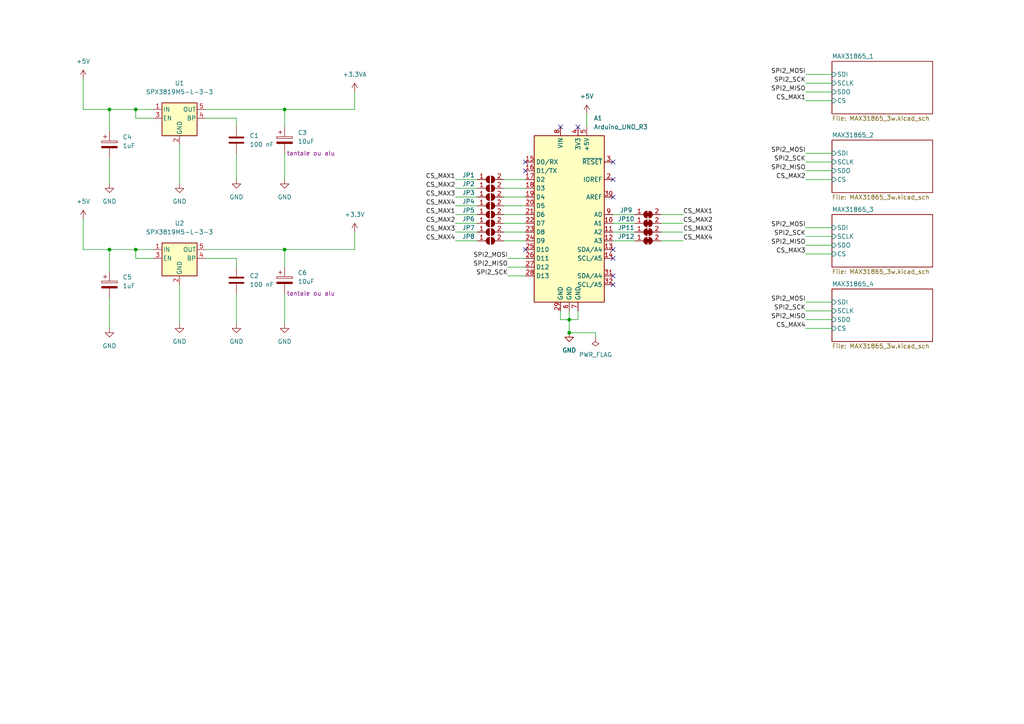
<source format=kicad_sch>
(kicad_sch (version 20211123) (generator eeschema)
  (paper "A4")
  (lib_symbols
    (symbol "Device:C" (pin_numbers hide) (pin_names (offset 0.254))
      (property "Reference" "C" (at 0.635 2.54 0))
      (property "Value" "C" (at 0.635 -2.54 0))
      (symbol "C_0_1"
        (polyline (pts (xy -2.032 -0.762) (xy 2.032 -0.762)) (stroke (width 0.508)))
        (polyline (pts (xy -2.032 0.762) (xy 2.032 0.762)) (stroke (width 0.508)))
      )
      (symbol "C_1_1"
        (pin passive line (at 0 3.81 270) (length 2.794) (name "~") (number "1"))
        (pin passive line (at 0 -3.81 90) (length 2.794) (name "~") (number "2"))
      )
    )
    (symbol "Device:C_Polarized" (pin_numbers hide) (pin_names (offset 0.254))
      (property "Reference" "C" (at 0.635 2.54 0))
      (property "Value" "C_Polarized" (at 0.635 -2.54 0))
      (symbol "C_Polarized_0_1"
        (rectangle (start -2.286 0.508) (end 2.286 1.016))
        (polyline (pts (xy -1.778 2.286) (xy -0.762 2.286)))
        (polyline (pts (xy -1.27 2.794) (xy -1.27 1.778)))
        (rectangle (start 2.286 -0.508) (end -2.286 -1.016) (fill (type outline)))
      )
      (symbol "C_Polarized_1_1"
        (pin passive line (at 0 3.81 270) (length 2.794) (name "~") (number "1"))
        (pin passive line (at 0 -3.81 90) (length 2.794) (name "~") (number "2"))
      )
    )
    (symbol "Jumper:SolderJumper_2_Bridged" (pin_names (offset 0) hide)
      (property "Reference" "JP" (at 0 2.032 0))
      (property "Value" "SolderJumper_2_Bridged" (at 0 -2.54 0))
      (symbol "SolderJumper_2_Bridged_0_1"
        (rectangle (start -0.508 0.508) (end 0.508 -0.508) (fill (type outline)))
        (arc (start -0.254 1.016) (mid -1.27 0) (end -0.254 -1.016))
        (arc (start -0.254 1.016) (mid -1.27 0) (end -0.254 -1.016) (fill (type outline)))
        (polyline (pts (xy -0.254 1.016) (xy -0.254 -1.016)))
        (polyline (pts (xy 0.254 1.016) (xy 0.254 -1.016)))
        (arc (start 0.254 -1.016) (mid 1.27 0) (end 0.254 1.016))
        (arc (start 0.254 -1.016) (mid 1.27 0) (end 0.254 1.016) (fill (type outline)))
      )
      (symbol "SolderJumper_2_Bridged_1_1"
        (pin passive line (at -3.81 0 0) (length 2.54) (name "A") (number "1"))
        (pin passive line (at 3.81 0 180) (length 2.54) (name "B") (number "2"))
      )
    )
    (symbol "Jumper:SolderJumper_2_Open" (pin_names (offset 0) hide)
      (property "Reference" "JP" (at 0 2.032 0))
      (property "Value" "SolderJumper_2_Open" (at 0 -2.54 0))
      (symbol "SolderJumper_2_Open_0_1"
        (arc (start -0.254 1.016) (mid -1.27 0) (end -0.254 -1.016))
        (arc (start -0.254 1.016) (mid -1.27 0) (end -0.254 -1.016) (fill (type outline)))
        (polyline (pts (xy -0.254 1.016) (xy -0.254 -1.016)))
        (polyline (pts (xy 0.254 1.016) (xy 0.254 -1.016)))
        (arc (start 0.254 -1.016) (mid 1.27 0) (end 0.254 1.016))
        (arc (start 0.254 -1.016) (mid 1.27 0) (end 0.254 1.016) (fill (type outline)))
      )
      (symbol "SolderJumper_2_Open_1_1"
        (pin passive line (at -3.81 0 0) (length 2.54) (name "A") (number "1"))
        (pin passive line (at 3.81 0 180) (length 2.54) (name "B") (number "2"))
      )
    )
    (symbol "MCU_Module:Arduino_UNO_R3"
      (property "Reference" "A" (at -10.16 23.495 0))
      (property "Value" "Arduino_UNO_R3" (at 5.08 -26.67 0))
      (symbol "Arduino_UNO_R3_0_1"
        (rectangle (start -10.16 22.86) (end 10.16 -25.4) (stroke (width 0.254)) (fill (type background)))
      )
      (symbol "Arduino_UNO_R3_1_1"
        (pin no_connect line (at -10.16 -20.32 0) (length 2.54) hide (name "NC") (number "1"))
        (pin bidirectional line (at 12.7 -2.54 180) (length 2.54) (name "A1") (number "10"))
        (pin bidirectional line (at 12.7 -5.08 180) (length 2.54) (name "A2") (number "11"))
        (pin bidirectional line (at 12.7 -7.62 180) (length 2.54) (name "A3") (number "12"))
        (pin bidirectional line (at 12.7 -10.16 180) (length 2.54) (name "SDA/A4") (number "13"))
        (pin bidirectional line (at 12.7 -12.7 180) (length 2.54) (name "SCL/A5") (number "14"))
        (pin bidirectional line (at -12.7 15.24 0) (length 2.54) (name "D0/RX") (number "15"))
        (pin bidirectional line (at -12.7 12.7 0) (length 2.54) (name "D1/TX") (number "16"))
        (pin bidirectional line (at -12.7 10.16 0) (length 2.54) (name "D2") (number "17"))
        (pin bidirectional line (at -12.7 7.62 0) (length 2.54) (name "D3") (number "18"))
        (pin bidirectional line (at -12.7 5.08 0) (length 2.54) (name "D4") (number "19"))
        (pin output line (at 12.7 10.16 180) (length 2.54) (name "IOREF") (number "2"))
        (pin bidirectional line (at -12.7 2.54 0) (length 2.54) (name "D5") (number "20"))
        (pin bidirectional line (at -12.7 0 0) (length 2.54) (name "D6") (number "21"))
        (pin bidirectional line (at -12.7 -2.54 0) (length 2.54) (name "D7") (number "22"))
        (pin bidirectional line (at -12.7 -5.08 0) (length 2.54) (name "D8") (number "23"))
        (pin bidirectional line (at -12.7 -7.62 0) (length 2.54) (name "D9") (number "24"))
        (pin bidirectional line (at -12.7 -10.16 0) (length 2.54) (name "D10") (number "25"))
        (pin bidirectional line (at -12.7 -12.7 0) (length 2.54) (name "D11") (number "26"))
        (pin bidirectional line (at -12.7 -15.24 0) (length 2.54) (name "D12") (number "27"))
        (pin bidirectional line (at -12.7 -17.78 0) (length 2.54) (name "D13") (number "28"))
        (pin power_in line (at -2.54 -27.94 90) (length 2.54) (name "GND") (number "29"))
        (pin input line (at 12.7 15.24 180) (length 2.54) (name "~{RESET}") (number "3"))
        (pin input line (at 12.7 5.08 180) (length 2.54) (name "AREF") (number "30"))
        (pin bidirectional line (at 12.7 -17.78 180) (length 2.54) (name "SDA/A4") (number "31"))
        (pin bidirectional line (at 12.7 -20.32 180) (length 2.54) (name "SCL/A5") (number "32"))
        (pin power_out line (at 2.54 25.4 270) (length 2.54) (name "3V3") (number "4"))
        (pin power_out line (at 5.08 25.4 270) (length 2.54) (name "+5V") (number "5"))
        (pin power_in line (at 0 -27.94 90) (length 2.54) (name "GND") (number "6"))
        (pin power_in line (at 2.54 -27.94 90) (length 2.54) (name "GND") (number "7"))
        (pin power_in line (at -2.54 25.4 270) (length 2.54) (name "VIN") (number "8"))
        (pin bidirectional line (at 12.7 0 180) (length 2.54) (name "A0") (number "9"))
      )
    )
    (symbol "Regulator_Linear:SPX3819M5-L-3-3" (pin_names (offset 0.254))
      (property "Reference" "U" (at -3.81 5.715 0))
      (property "Value" "SPX3819M5-L-3-3" (at 0 5.715 0))
      (symbol "SPX3819M5-L-3-3_0_1"
        (rectangle (start -5.08 4.445) (end 5.08 -5.08) (stroke (width 0.254)) (fill (type background)))
      )
      (symbol "SPX3819M5-L-3-3_1_1"
        (pin power_in line (at -7.62 2.54 0) (length 2.54) (name "IN") (number "1"))
        (pin power_in line (at 0 -7.62 90) (length 2.54) (name "GND") (number "2"))
        (pin input line (at -7.62 0 0) (length 2.54) (name "EN") (number "3"))
        (pin input line (at 7.62 0 180) (length 2.54) (name "BP") (number "4"))
        (pin power_out line (at 7.62 2.54 180) (length 2.54) (name "OUT") (number "5"))
      )
    )
    (symbol "power:+3.3V" (power) (pin_names (offset 0))
      (property "Value" "+3.3V" (at 0 3.556 0))
      (symbol "+3.3V_0_1"
        (polyline (pts (xy -0.762 1.27) (xy 0 2.54)))
        (polyline (pts (xy 0 0) (xy 0 2.54)))
        (polyline (pts (xy 0 2.54) (xy 0.762 1.27)))
      )
      (symbol "+3.3V_1_1"
        (pin power_in line (at 0 0 90) (length 0) hide (name "+3.3V") (number "1"))
      )
    )
    (symbol "power:+3.3VA" (power) (pin_names (offset 0))
      (property "Value" "+3.3VA" (at 0 3.556 0))
      (symbol "+3.3VA_0_1"
        (polyline (pts (xy -0.762 1.27) (xy 0 2.54)))
        (polyline (pts (xy 0 0) (xy 0 2.54)))
        (polyline (pts (xy 0 2.54) (xy 0.762 1.27)))
      )
      (symbol "+3.3VA_1_1"
        (pin power_in line (at 0 0 90) (length 0) hide (name "+3.3VA") (number "1"))
      )
    )
    (symbol "power:+5V" (power) (pin_names (offset 0))
      (property "Value" "+5V" (at 0 3.556 0))
      (symbol "+5V_0_1"
        (polyline (pts (xy -0.762 1.27) (xy 0 2.54)))
        (polyline (pts (xy 0 0) (xy 0 2.54)))
        (polyline (pts (xy 0 2.54) (xy 0.762 1.27)))
      )
      (symbol "+5V_1_1"
        (pin power_in line (at 0 0 90) (length 0) hide (name "+5V") (number "1"))
      )
    )
    (symbol "power:GND" (power) (pin_names (offset 0))
      (property "Value" "GND" (at 0 -3.81 0))
      (symbol "GND_0_1"
        (polyline (pts (xy 0 0) (xy 0 -1.27) (xy 1.27 -1.27) (xy 0 -2.54) (xy -1.27 -1.27) (xy 0 -1.27)))
      )
      (symbol "GND_1_1"
        (pin power_in line (at 0 0 270) (length 0) hide (name "GND") (number "1"))
      )
    )
    (symbol "power:PWR_FLAG" (power) (pin_numbers hide) (pin_names (offset 0) hide)
      (property "Value" "PWR_FLAG" (at 0 3.81 0))
      (symbol "PWR_FLAG_0_0"
        (pin power_out line (at 0 0 90) (length 0) (name "pwr") (number "1"))
      )
      (symbol "PWR_FLAG_0_1"
        (polyline (pts (xy 0 0) (xy 0 1.27) (xy -1.016 1.905) (xy 0 2.54) (xy 1.016 1.905) (xy 0 1.27)))
      )
    )
  )
  (junction (at 31.75 31.75))
  (junction (at 31.75 72.39))
  (junction (at 39.37 72.39))
  (junction (at 39.37 31.75))
  (junction (at 165.1 92.71))
  (junction (at 165.1 96.52))
  (junction (at 82.55 31.75))
  (junction (at 82.55 72.39))
  (no_connect (at 177.8 52.07))
  (no_connect (at 177.8 74.93))
  (no_connect (at 162.56 36.83))
  (no_connect (at 167.64 36.83))
  (no_connect (at 152.4 72.39))
  (no_connect (at 177.8 57.15))
  (no_connect (at 177.8 72.39))
  (no_connect (at 177.8 46.99))
  (no_connect (at 152.4 49.53))
  (no_connect (at 177.8 82.55))
  (no_connect (at 152.4 46.99))
  (no_connect (at 177.8 80.01))
  (wire (pts (xy 82.55 44.45) (xy 82.55 52.07)))
  (wire (pts (xy 44.45 72.39) (xy 39.37 72.39)))
  (wire (pts (xy 138.43 54.61) (xy 132.08 54.61)))
  (wire (pts (xy 59.69 31.75) (xy 82.55 31.75)))
  (wire (pts (xy 152.4 67.31) (xy 146.05 67.31)))
  (wire (pts (xy 152.4 52.07) (xy 146.05 52.07)))
  (wire (pts (xy 59.69 74.93) (xy 68.58 74.93)))
  (wire (pts (xy 82.55 36.83) (xy 82.55 31.75)))
  (wire (pts (xy 152.4 64.77) (xy 146.05 64.77)))
  (wire (pts (xy 68.58 44.45) (xy 68.58 52.07)))
  (wire (pts (xy 31.75 86.36) (xy 31.75 95.25)))
  (wire (pts (xy 138.43 52.07) (xy 132.08 52.07)))
  (wire (pts (xy 147.32 80.01) (xy 152.4 80.01)))
  (wire (pts (xy 59.69 72.39) (xy 82.55 72.39)))
  (wire (pts (xy 138.43 64.77) (xy 132.08 64.77)))
  (wire (pts (xy 162.56 92.71) (xy 165.1 92.71)))
  (wire (pts (xy 147.32 77.47) (xy 152.4 77.47)))
  (wire (pts (xy 102.87 26.67) (xy 102.87 31.75)))
  (wire (pts (xy 152.4 62.23) (xy 146.05 62.23)))
  (wire (pts (xy 39.37 74.93) (xy 44.45 74.93)))
  (wire (pts (xy 24.13 22.86) (xy 24.13 31.75)))
  (wire (pts (xy 82.55 72.39) (xy 82.55 77.47)))
  (wire (pts (xy 31.75 72.39) (xy 39.37 72.39)))
  (wire (pts (xy 172.72 96.52) (xy 165.1 96.52)))
  (wire (pts (xy 233.68 92.71) (xy 241.3 92.71)))
  (wire (pts (xy 177.8 67.31) (xy 184.15 67.31)))
  (wire (pts (xy 233.68 73.66) (xy 241.3 73.66)))
  (wire (pts (xy 31.75 31.75) (xy 31.75 38.1)))
  (wire (pts (xy 162.56 90.17) (xy 162.56 92.71)))
  (wire (pts (xy 82.55 31.75) (xy 102.87 31.75)))
  (wire (pts (xy 24.13 63.5) (xy 24.13 72.39)))
  (wire (pts (xy 233.68 21.59) (xy 241.3 21.59)))
  (wire (pts (xy 233.68 29.21) (xy 241.3 29.21)))
  (wire (pts (xy 147.32 74.93) (xy 152.4 74.93)))
  (wire (pts (xy 165.1 92.71) (xy 167.64 92.71)))
  (wire (pts (xy 177.8 69.85) (xy 184.15 69.85)))
  (wire (pts (xy 31.75 31.75) (xy 39.37 31.75)))
  (wire (pts (xy 165.1 92.71) (xy 165.1 96.52)))
  (wire (pts (xy 82.55 85.09) (xy 82.55 93.98)))
  (wire (pts (xy 68.58 74.93) (xy 68.58 77.47)))
  (wire (pts (xy 191.77 62.23) (xy 198.12 62.23)))
  (wire (pts (xy 39.37 34.29) (xy 44.45 34.29)))
  (wire (pts (xy 233.68 66.04) (xy 241.3 66.04)))
  (wire (pts (xy 233.68 52.07) (xy 241.3 52.07)))
  (wire (pts (xy 146.05 69.85) (xy 152.4 69.85)))
  (wire (pts (xy 233.68 95.25) (xy 241.3 95.25)))
  (wire (pts (xy 138.43 57.15) (xy 132.08 57.15)))
  (wire (pts (xy 82.55 72.39) (xy 102.87 72.39)))
  (wire (pts (xy 44.45 31.75) (xy 39.37 31.75)))
  (wire (pts (xy 191.77 67.31) (xy 198.12 67.31)))
  (wire (pts (xy 233.68 44.45) (xy 241.3 44.45)))
  (wire (pts (xy 165.1 92.71) (xy 165.1 90.17)))
  (wire (pts (xy 68.58 34.29) (xy 68.58 36.83)))
  (wire (pts (xy 170.18 33.02) (xy 170.18 36.83)))
  (wire (pts (xy 233.68 49.53) (xy 241.3 49.53)))
  (wire (pts (xy 138.43 62.23) (xy 132.08 62.23)))
  (wire (pts (xy 31.75 45.72) (xy 31.75 53.34)))
  (wire (pts (xy 177.8 64.77) (xy 184.15 64.77)))
  (wire (pts (xy 102.87 67.31) (xy 102.87 72.39)))
  (wire (pts (xy 152.4 57.15) (xy 146.05 57.15)))
  (wire (pts (xy 138.43 59.69) (xy 132.08 59.69)))
  (wire (pts (xy 167.64 92.71) (xy 167.64 90.17)))
  (wire (pts (xy 191.77 69.85) (xy 198.12 69.85)))
  (wire (pts (xy 233.68 68.58) (xy 241.3 68.58)))
  (wire (pts (xy 233.68 24.13) (xy 241.3 24.13)))
  (wire (pts (xy 152.4 59.69) (xy 146.05 59.69)))
  (wire (pts (xy 68.58 85.09) (xy 68.58 93.98)))
  (wire (pts (xy 233.68 26.67) (xy 241.3 26.67)))
  (wire (pts (xy 191.77 64.77) (xy 198.12 64.77)))
  (wire (pts (xy 31.75 72.39) (xy 31.75 78.74)))
  (wire (pts (xy 52.07 82.55) (xy 52.07 93.98)))
  (wire (pts (xy 24.13 31.75) (xy 31.75 31.75)))
  (wire (pts (xy 177.8 62.23) (xy 184.15 62.23)))
  (wire (pts (xy 152.4 54.61) (xy 146.05 54.61)))
  (wire (pts (xy 132.08 69.85) (xy 138.43 69.85)))
  (wire (pts (xy 59.69 34.29) (xy 68.58 34.29)))
  (wire (pts (xy 233.68 46.99) (xy 241.3 46.99)))
  (wire (pts (xy 39.37 72.39) (xy 39.37 74.93)))
  (wire (pts (xy 233.68 71.12) (xy 241.3 71.12)))
  (wire (pts (xy 233.68 90.17) (xy 241.3 90.17)))
  (wire (pts (xy 24.13 72.39) (xy 31.75 72.39)))
  (wire (pts (xy 52.07 41.91) (xy 52.07 53.34)))
  (wire (pts (xy 233.68 87.63) (xy 241.3 87.63)))
  (wire (pts (xy 138.43 67.31) (xy 132.08 67.31)))
  (wire (pts (xy 39.37 31.75) (xy 39.37 34.29)))
  (wire (pts (xy 172.72 97.79) (xy 172.72 96.52)))
  (label "SPI2_SCK" (at 233.68 46.99 180))
  (label "CS_MAX2" (at 198.12 64.77 0))
  (label "CS_MAX1" (at 198.12 62.23 0))
  (label "SPI2_SCK" (at 147.32 80.01 180))
  (label "CS_MAX4" (at 233.68 95.25 180))
  (label "SPI2_MOSI" (at 233.68 66.04 180))
  (label "SPI2_MISO" (at 147.32 77.47 180))
  (label "CS_MAX3" (at 233.68 73.66 180))
  (label "SPI2_MOSI" (at 233.68 87.63 180))
  (label "SPI2_SCK" (at 233.68 24.13 180))
  (label "SPI2_SCK" (at 233.68 90.17 180))
  (label "CS_MAX2" (at 233.68 52.07 180))
  (label "SPI2_MOSI" (at 233.68 21.59 180))
  (label "CS_MAX1" (at 132.08 52.07 180))
  (label "CS_MAX2" (at 132.08 54.61 180))
  (label "CS_MAX3" (at 132.08 67.31 180))
  (label "CS_MAX3" (at 132.08 57.15 180))
  (label "CS_MAX4" (at 132.08 69.85 180))
  (label "CS_MAX1" (at 233.68 29.21 180))
  (label "CS_MAX2" (at 132.08 64.77 180))
  (label "CS_MAX3" (at 198.12 67.31 0))
  (label "CS_MAX4" (at 132.08 59.69 180))
  (label "SPI2_MISO" (at 233.68 26.67 180))
  (label "SPI2_MISO" (at 233.68 92.71 180))
  (label "CS_MAX4" (at 198.12 69.85 0))
  (label "SPI2_MISO" (at 233.68 71.12 180))
  (label "SPI2_MOSI" (at 233.68 44.45 180))
  (label "CS_MAX1" (at 132.08 62.23 180))
  (label "SPI2_MISO" (at 233.68 49.53 180))
  (label "SPI2_MOSI" (at 147.32 74.93 180))
  (label "SPI2_SCK" (at 233.68 68.58 180))
  (symbol (lib_id "power:GND") (at 31.75 53.34 0) (unit 1)
    (property "Reference" "#PWR03" (effects hide))
    (property "Value" "GND" (at 31.75 58.42 0))
  )
  (symbol (lib_id "power:GND") (at 68.58 52.07 0) (unit 1)
    (property "Reference" "#PWR07" (effects hide))
    (property "Value" "GND" (at 68.58 57.15 0))
  )
  (symbol (lib_id "power:GND") (at 165.1 96.52 0) (unit 1)
    (property "Reference" "#PWR013" (effects hide))
    (property "Value" "GND" (at 165.1 101.6 0))
  )
  (symbol (lib_id "power:+3.3V") (at 102.87 67.31 0) (unit 1)
    (property "Reference" "#PWR012" (effects hide))
    (property "Value" "+3.3V" (at 102.87 62.23 0))
  )
  (symbol (lib_id "Jumper:SolderJumper_2_Open") (at 142.24 67.31 0) (unit 1)
    (property "Reference" "JP7" (at 135.89 66.04 0))
    (property "Value" "SolderJumper_2_Open" (effects hide))
    (property "Footprint" "Jumper:SolderJumper-2_P1.3mm_Open_RoundedPad1.0x1.5mm" (effects hide))
  )
  (symbol (lib_id "Jumper:SolderJumper_2_Bridged") (at 187.96 67.31 0) (unit 1)
    (property "Reference" "JP11" (at 181.61 66.04 0))
    (property "Value" "SolderJumper_2_Bridged" (effects hide))
    (property "Footprint" "Jumper:SolderJumper-2_P1.3mm_Open_RoundedPad1.0x1.5mm" (effects hide))
  )
  (symbol (lib_id "power:+5V") (at 24.13 22.86 0) (unit 1)
    (property "Reference" "#PWR01" (effects hide))
    (property "Value" "+5V" (at 24.13 17.78 0))
  )
  (symbol (lib_id "power:GND") (at 31.75 95.25 0) (unit 1)
    (property "Reference" "#PWR04" (effects hide))
    (property "Value" "GND" (at 31.75 100.33 0))
  )
  (symbol (lib_id "Regulator_Linear:SPX3819M5-L-3-3") (at 52.07 34.29 0) (unit 1)
    (property "Reference" "U1" (at 52.07 24.13 0))
    (property "Value" "SPX3819M5-L-3-3" (at 52.07 26.67 0))
    (property "Footprint" "Package_TO_SOT_SMD:SOT-23-5" (effects hide))
    (property "Datasheet" "https://www.exar.com/content/document.ashx?id=22106&languageid=1033&type=Datasheet&partnumber=SPX3819&filename=SPX3819.pdf&part=SPX3819" (effects hide))
  )
  (symbol (lib_id "power:+5V") (at 170.18 33.02 0) (unit 1)
    (property "Reference" "#PWR015" (effects hide))
    (property "Value" "+5V" (at 170.18 27.94 0))
  )
  (symbol (lib_id "Jumper:SolderJumper_2_Open") (at 142.24 59.69 0) (unit 1)
    (property "Reference" "JP4" (at 135.89 58.42 0))
    (property "Value" "SolderJumper_2_Open" (effects hide))
    (property "Footprint" "Jumper:SolderJumper-2_P1.3mm_Open_RoundedPad1.0x1.5mm" (effects hide))
  )
  (symbol (lib_id "Device:C") (at 68.58 81.28 0) (unit 1)
    (property "Reference" "C2" (at 72.39 80.0099 0) (effects (justify left)))
    (property "Value" "100 nF" (at 72.39 82.5499 0) (effects (justify left)))
    (property "Footprint" "Capacitor_SMD:C_0603_1608Metric_Pad1.08x0.95mm_HandSolder" (effects hide))
  )
  (symbol (lib_id "Regulator_Linear:SPX3819M5-L-3-3") (at 52.07 74.93 0) (unit 1)
    (property "Reference" "U2" (at 52.07 64.77 0))
    (property "Value" "SPX3819M5-L-3-3" (at 52.07 67.31 0))
    (property "Footprint" "Package_TO_SOT_SMD:SOT-23-5" (effects hide))
    (property "Datasheet" "https://www.exar.com/content/document.ashx?id=22106&languageid=1033&type=Datasheet&partnumber=SPX3819&filename=SPX3819.pdf&part=SPX3819" (effects hide))
  )
  (symbol (lib_id "power:+3.3VA") (at 102.87 26.67 0) (unit 1)
    (property "Reference" "#PWR011" (effects hide))
    (property "Value" "+3.3VA" (at 102.87 21.59 0))
  )
  (symbol (lib_id "Jumper:SolderJumper_2_Bridged") (at 187.96 62.23 0) (unit 1)
    (property "Reference" "JP9" (at 181.61 60.96 0))
    (property "Value" "SolderJumper_2_Bridged" (effects hide))
    (property "Footprint" "Jumper:SolderJumper-2_P1.3mm_Open_RoundedPad1.0x1.5mm" (effects hide))
  )
  (symbol (lib_id "Jumper:SolderJumper_2_Open") (at 142.24 64.77 0) (unit 1)
    (property "Reference" "JP6" (at 135.89 63.5 0))
    (property "Value" "SolderJumper_2_Open" (effects hide))
    (property "Footprint" "Jumper:SolderJumper-2_P1.3mm_Open_RoundedPad1.0x1.5mm" (effects hide))
  )
  (symbol (lib_id "power:GND") (at 52.07 53.34 0) (unit 1)
    (property "Reference" "#PWR05" (effects hide))
    (property "Value" "GND" (at 52.07 58.42 0))
  )
  (symbol (lib_id "power:PWR_FLAG") (at 172.72 97.79 180) (unit 1)
    (property "Reference" "#FLG01" (effects hide))
    (property "Value" "PWR_FLAG" (at 172.72 102.87 0))
  )
  (symbol (lib_id "Jumper:SolderJumper_2_Open") (at 142.24 57.15 0) (unit 1)
    (property "Reference" "JP3" (at 135.89 55.88 0))
    (property "Value" "SolderJumper_2_Open" (effects hide))
    (property "Footprint" "Jumper:SolderJumper-2_P1.3mm_Open_RoundedPad1.0x1.5mm" (effects hide))
  )
  (symbol (lib_id "power:GND") (at 52.07 93.98 0) (unit 1)
    (property "Reference" "#PWR06" (effects hide))
    (property "Value" "GND" (at 52.07 99.06 0))
  )
  (symbol (lib_id "Jumper:SolderJumper_2_Bridged") (at 187.96 64.77 0) (unit 1)
    (property "Reference" "JP10" (at 181.61 63.5 0))
    (property "Value" "SolderJumper_2_Bridged" (effects hide))
    (property "Footprint" "Jumper:SolderJumper-2_P1.3mm_Open_RoundedPad1.0x1.5mm" (effects hide))
  )
  (symbol (lib_id "Device:C_Polarized") (at 82.55 40.64 0) (unit 1)
    (property "Reference" "C3" (at 86.36 38.4809 0) (effects (justify left)))
    (property "Value" "10uF" (at 86.36 41.0209 0) (effects (justify left)))
    (property "Footprint" "Capacitor_Tantalum_SMD:CP_EIA-3216-18_Kemet-A" (effects hide))
    (property "Champ4" "tantale ou alu" (at 90.17 44.45 0))
  )
  (symbol (lib_id "power:GND") (at 82.55 52.07 0) (unit 1)
    (property "Reference" "#PWR09" (effects hide))
    (property "Value" "GND" (at 82.55 57.15 0))
  )
  (symbol (lib_id "power:+5V") (at 24.13 63.5 0) (unit 1)
    (property "Reference" "#PWR02" (effects hide))
    (property "Value" "+5V" (at 24.13 58.42 0))
  )
  (symbol (lib_id "Device:C_Polarized") (at 31.75 41.91 0) (unit 1)
    (property "Reference" "C4" (at 35.56 39.7509 0) (effects (justify left)))
    (property "Value" "1uF" (at 35.56 42.2909 0) (effects (justify left)))
    (property "Footprint" "Capacitor_Tantalum_SMD:CP_EIA-3216-18_Kemet-A" (effects hide))
  )
  (symbol (lib_id "power:GND") (at 82.55 93.98 0) (unit 1)
    (property "Reference" "#PWR010" (effects hide))
    (property "Value" "GND" (at 82.55 99.06 0))
  )
  (symbol (lib_id "Device:C") (at 68.58 40.64 0) (unit 1)
    (property "Reference" "C1" (at 72.39 39.3699 0) (effects (justify left)))
    (property "Value" "100 nF" (at 72.39 41.9099 0) (effects (justify left)))
    (property "Footprint" "Capacitor_SMD:C_0603_1608Metric_Pad1.08x0.95mm_HandSolder" (effects hide))
  )
  (symbol (lib_id "Jumper:SolderJumper_2_Open") (at 142.24 62.23 0) (unit 1)
    (property "Reference" "JP5" (at 135.89 60.96 0))
    (property "Value" "SolderJumper_2_Open" (effects hide))
    (property "Footprint" "Jumper:SolderJumper-2_P1.3mm_Open_RoundedPad1.0x1.5mm" (effects hide))
  )
  (symbol (lib_id "Jumper:SolderJumper_2_Open") (at 142.24 52.07 0) (unit 1)
    (property "Reference" "JP1" (at 135.89 50.8 0))
    (property "Value" "SolderJumper_2_Open" (effects hide))
    (property "Footprint" "Jumper:SolderJumper-2_P1.3mm_Open_RoundedPad1.0x1.5mm" (effects hide))
  )
  (symbol (lib_id "Jumper:SolderJumper_2_Open") (at 142.24 54.61 0) (unit 1)
    (property "Reference" "JP2" (at 135.89 53.34 0))
    (property "Value" "SolderJumper_2_Open" (effects hide))
    (property "Footprint" "Jumper:SolderJumper-2_P1.3mm_Open_RoundedPad1.0x1.5mm" (effects hide))
  )
  (symbol (lib_id "Jumper:SolderJumper_2_Bridged") (at 187.96 69.85 0) (unit 1)
    (property "Reference" "JP12" (at 181.61 68.58 0))
    (property "Value" "SolderJumper_2_Bridged" (effects hide))
    (property "Footprint" "Jumper:SolderJumper-2_P1.3mm_Open_RoundedPad1.0x1.5mm" (effects hide))
  )
  (symbol (lib_id "MCU_Module:Arduino_UNO_R3") (at 165.1 62.23 0) (unit 1)
    (property "Reference" "A1" (at 172.1994 34.29 0) (effects (justify left)))
    (property "Value" "Arduino_UNO_R3" (at 172.1994 36.83 0) (effects (justify left)))
    (property "Footprint" "Arduino:Arduino_UNO_R3_3d" (effects hide))
    (property "Datasheet" "https://www.arduino.cc/en/Main/arduinoBoardUno" (effects hide))
  )
  (symbol (lib_id "power:GND") (at 165.1 96.52 0) (unit 1)
    (property "Reference" "#PWR014" (effects hide))
    (property "Value" "GND" (at 165.1 101.6 0))
  )
  (symbol (lib_id "power:GND") (at 68.58 93.98 0) (unit 1)
    (property "Reference" "#PWR08" (effects hide))
    (property "Value" "GND" (at 68.58 99.06 0))
  )
  (symbol (lib_id "Device:C_Polarized") (at 82.55 81.28 0) (unit 1)
    (property "Reference" "C6" (at 86.36 79.1209 0) (effects (justify left)))
    (property "Value" "10uF" (at 86.36 81.6609 0) (effects (justify left)))
    (property "Footprint" "Capacitor_Tantalum_SMD:CP_EIA-3216-18_Kemet-A" (effects hide))
    (property "Champ4" "tantale ou alu" (at 90.17 85.09 0))
  )
  (symbol (lib_id "Jumper:SolderJumper_2_Open") (at 142.24 69.85 0) (unit 1)
    (property "Reference" "JP8" (at 135.89 68.58 0))
    (property "Value" "SolderJumper_2_Open" (effects hide))
    (property "Footprint" "Jumper:SolderJumper-2_P1.3mm_Open_RoundedPad1.0x1.5mm" (effects hide))
  )
  (symbol (lib_id "Device:C_Polarized") (at 31.75 82.55 0) (unit 1)
    (property "Reference" "C5" (at 35.56 80.3909 0) (effects (justify left)))
    (property "Value" "1uF" (at 35.56 82.9309 0) (effects (justify left)))
    (property "Footprint" "Capacitor_Tantalum_SMD:CP_EIA-3216-18_Kemet-A" (effects hide))
  )
  (sheet (at 241.3 83.82) (size 29.21 15.24) (stroke (width 0.1524))
    (property "Sheet name" "MAX31865_4" (at 241.3 83.1084 0) (effects (justify left bottom)))
    (property "Sheet file" "MAX31865_3w.kicad_sch" (at 241.3 99.6446 0) (effects (justify left top)))
    (pin "SDI" input (at 241.3 87.63 180))
    (pin "SCLK" input (at 241.3 90.17 180))
    (pin "SDO" input (at 241.3 92.71 180))
    (pin "CS" input (at 241.3 95.25 180))
  )
  (sheet (at 241.3 62.23) (size 29.21 15.24) (stroke (width 0.1524))
    (property "Sheet name" "MAX31865_3" (at 241.3 61.5184 0) (effects (justify left bottom)))
    (property "Sheet file" "MAX31865_3w.kicad_sch" (at 241.3 78.0546 0) (effects (justify left top)))
    (pin "SDI" input (at 241.3 66.04 180))
    (pin "SCLK" input (at 241.3 68.58 180))
    (pin "SDO" input (at 241.3 71.12 180))
    (pin "CS" input (at 241.3 73.66 180))
  )
  (sheet (at 241.3 40.64) (size 29.21 15.24) (stroke (width 0.1524))
    (property "Sheet name" "MAX31865_2" (at 241.3 39.9284 0) (effects (justify left bottom)))
    (property "Sheet file" "MAX31865_3w.kicad_sch" (at 241.3 56.4646 0) (effects (justify left top)))
    (pin "SDI" input (at 241.3 44.45 180))
    (pin "SCLK" input (at 241.3 46.99 180))
    (pin "SDO" input (at 241.3 49.53 180))
    (pin "CS" input (at 241.3 52.07 180))
  )
  (sheet (at 241.3 17.78) (size 29.21 15.24) (stroke (width 0.1524))
    (property "Sheet name" "MAX31865_1" (at 241.3 17.0684 0) (effects (justify left bottom)))
    (property "Sheet file" "MAX31865_3w.kicad_sch" (at 241.3 33.6046 0) (effects (justify left top)))
    (pin "SDI" input (at 241.3 21.59 180))
    (pin "SCLK" input (at 241.3 24.13 180))
    (pin "SDO" input (at 241.3 26.67 180))
    (pin "CS" input (at 241.3 29.21 180))
  )
)
</source>
